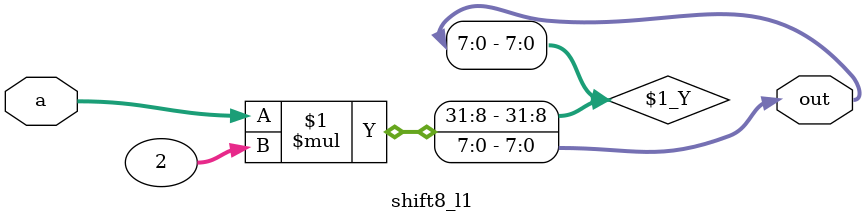
<source format=v>
module shift8_l1(
    input [7:0] a, // 输入a，2
    output [7:0] out // 输出sum
);

assign out = a * 2; // 逻辑左移

endmodule// 64位加法


</source>
